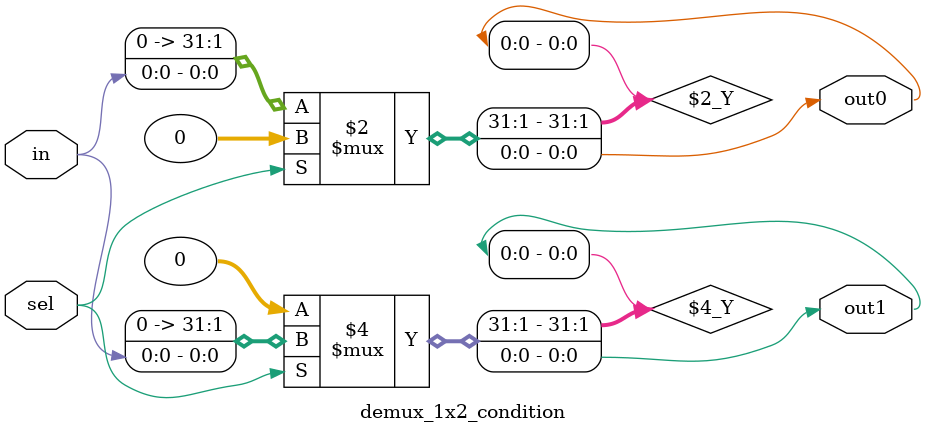
<source format=v>
`timescale 1ns / 1ps
module demux_1x8_using_1x2(input in,input [2:0]sel,output [7:0]out);
wire w1,w2,w3,w4,w5,w6;
demux_1x2_condition  u1( in,sel[2],w1,w2);
demux_1x2_condition  u2( w1,sel[1],w3,w4);
demux_1x2_condition  u3( w2,sel[1],w5,w6);
demux_1x2_condition  u4( w3,sel[0],out[0],out[1]);
demux_1x2_condition  u5( w4,sel[0],out[2],out[3]);
demux_1x2_condition  u6( w5,sel[0],out[4],out[5]);
demux_1x2_condition  u7( w6,sel[0],out[6],out[7]);
endmodule

module demux_1x2_condition( input in,sel,output out0,out1);
assign out0=sel?0:in;
assign out1=sel?in:0;
endmodule

</source>
